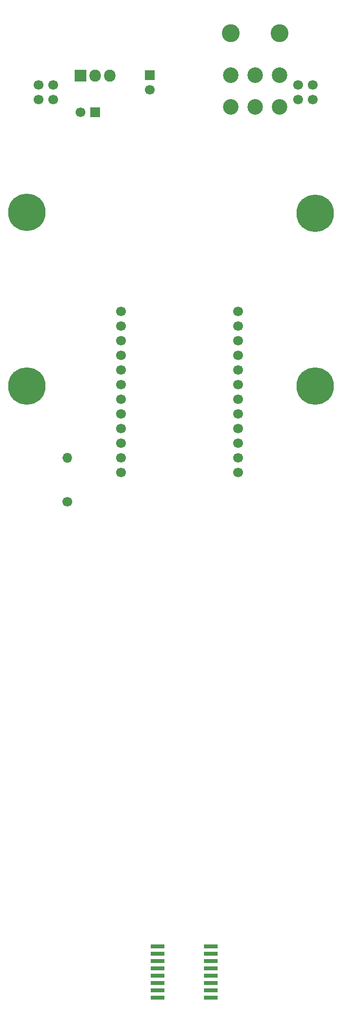
<source format=gbr>
%TF.GenerationSoftware,KiCad,Pcbnew,(5.1.6-0-10_14)*%
%TF.CreationDate,2020-06-11T07:37:50+09:00*%
%TF.ProjectId,QSPIRadiationBoard,51535049-5261-4646-9961-74696f6e426f,rev?*%
%TF.SameCoordinates,Original*%
%TF.FileFunction,Soldermask,Top*%
%TF.FilePolarity,Negative*%
%FSLAX46Y46*%
G04 Gerber Fmt 4.6, Leading zero omitted, Abs format (unit mm)*
G04 Created by KiCad (PCBNEW (5.1.6-0-10_14)) date 2020-06-11 07:37:50*
%MOMM*%
%LPD*%
G01*
G04 APERTURE LIST*
%ADD10R,2.490000X0.658000*%
%ADD11C,1.700000*%
%ADD12O,2.005000X2.100000*%
%ADD13R,2.005000X2.100000*%
%ADD14R,1.700000X1.700000*%
%ADD15C,3.100000*%
%ADD16C,2.700000*%
%ADD17C,6.500000*%
%ADD18O,1.700000X1.700000*%
G04 APERTURE END LIST*
D10*
%TO.C,U3*%
X135450000Y-176190000D03*
X135450000Y-177460000D03*
X135450000Y-178730000D03*
X135450000Y-180000000D03*
X135450000Y-181270000D03*
X135450000Y-182540000D03*
X135450000Y-183810000D03*
X126190000Y-176190000D03*
X126190000Y-177460000D03*
X126190000Y-178730000D03*
X126190000Y-180000000D03*
X126190000Y-181270000D03*
X126190000Y-182540000D03*
X126190000Y-183810000D03*
X135450000Y-185080000D03*
X126190000Y-185080000D03*
%TD*%
D11*
%TO.C,U1*%
X150610000Y-26710000D03*
X153150000Y-29250000D03*
X150610000Y-29250000D03*
X153150000Y-26710000D03*
X108090000Y-29250000D03*
X105550000Y-29250000D03*
X108090000Y-26710000D03*
X105550000Y-26710000D03*
%TD*%
D12*
%TO.C,U4*%
X117880000Y-25090000D03*
X115340000Y-25090000D03*
D13*
X112800000Y-25090000D03*
%TD*%
D11*
%TO.C,C2*%
X124810000Y-27580000D03*
D14*
X124810000Y-25080000D03*
%TD*%
D11*
%TO.C,C1*%
X112840000Y-31520000D03*
D14*
X115340000Y-31520000D03*
%TD*%
D15*
%TO.C,J1*%
X147320000Y-17780000D03*
X138920000Y-17780000D03*
D16*
X147320000Y-30580000D03*
X143120000Y-30580000D03*
X138920000Y-30580000D03*
X147320000Y-25080000D03*
X143120000Y-25080000D03*
X138920000Y-25080000D03*
%TD*%
D17*
%TO.C,REF\u002A\u002A*%
X153500000Y-79000000D03*
%TD*%
%TO.C,REF\u002A\u002A*%
X103500000Y-79000000D03*
%TD*%
%TO.C,REF\u002A\u002A*%
X153500000Y-49000000D03*
%TD*%
%TO.C,REF\u002A\u002A*%
X103500000Y-48835000D03*
%TD*%
D11*
%TO.C,U2*%
X140160000Y-93970000D03*
X140160000Y-91430000D03*
X140160000Y-88890000D03*
X140160000Y-86350000D03*
X140160000Y-83810000D03*
X140160000Y-81270000D03*
X140160000Y-78730000D03*
X140160000Y-76190000D03*
X140160000Y-73650000D03*
X140160000Y-71110000D03*
X140160000Y-68570000D03*
X140160000Y-66030000D03*
X119840000Y-93970000D03*
X119840000Y-91430000D03*
X119840000Y-88890000D03*
X119840000Y-86350000D03*
X119840000Y-83810000D03*
X119840000Y-81270000D03*
X119840000Y-78730000D03*
X119840000Y-76190000D03*
X119840000Y-73650000D03*
X119840000Y-71110000D03*
X119840000Y-68570000D03*
X119840000Y-66030000D03*
%TD*%
D18*
%TO.C,R1*%
X110490000Y-91440000D03*
D11*
X110490000Y-99060000D03*
%TD*%
M02*

</source>
